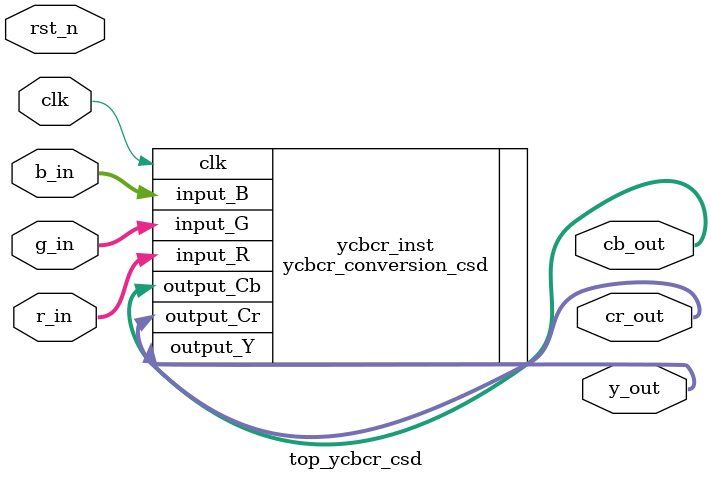
<source format=v>
module top_ycbcr_csd #(
    parameter SCALE = 16,
    parameter FIXED_POINT_LENGTH = 32,
    parameter INPUT_WIDTH = 8
)(
    input wire clk,
    input wire rst_n,
    input wire [INPUT_WIDTH-1:0] r_in,
    input wire [INPUT_WIDTH-1:0] g_in,
    input wire [INPUT_WIDTH-1:0] b_in,
    output wire [FIXED_POINT_LENGTH-1:0] y_out,
    output wire [FIXED_POINT_LENGTH-1:0] cb_out,
    output wire [FIXED_POINT_LENGTH-1:0] cr_out
);

    // Instantiate the YCbCr conversion module using CSD multipliers
    ycbcr_conversion_csd #(
        .SCALE(SCALE),
        .FIXED_POINT_LENGTH(FIXED_POINT_LENGTH),
        .INPUT_WIDTH(INPUT_WIDTH)
    ) ycbcr_inst (
        .clk(clk),
        .input_R(r_in),
        .input_G(g_in),
        .input_B(b_in),
        .output_Y(y_out),
        .output_Cb(cb_out),
        .output_Cr(cr_out)
    );

endmodule 
</source>
